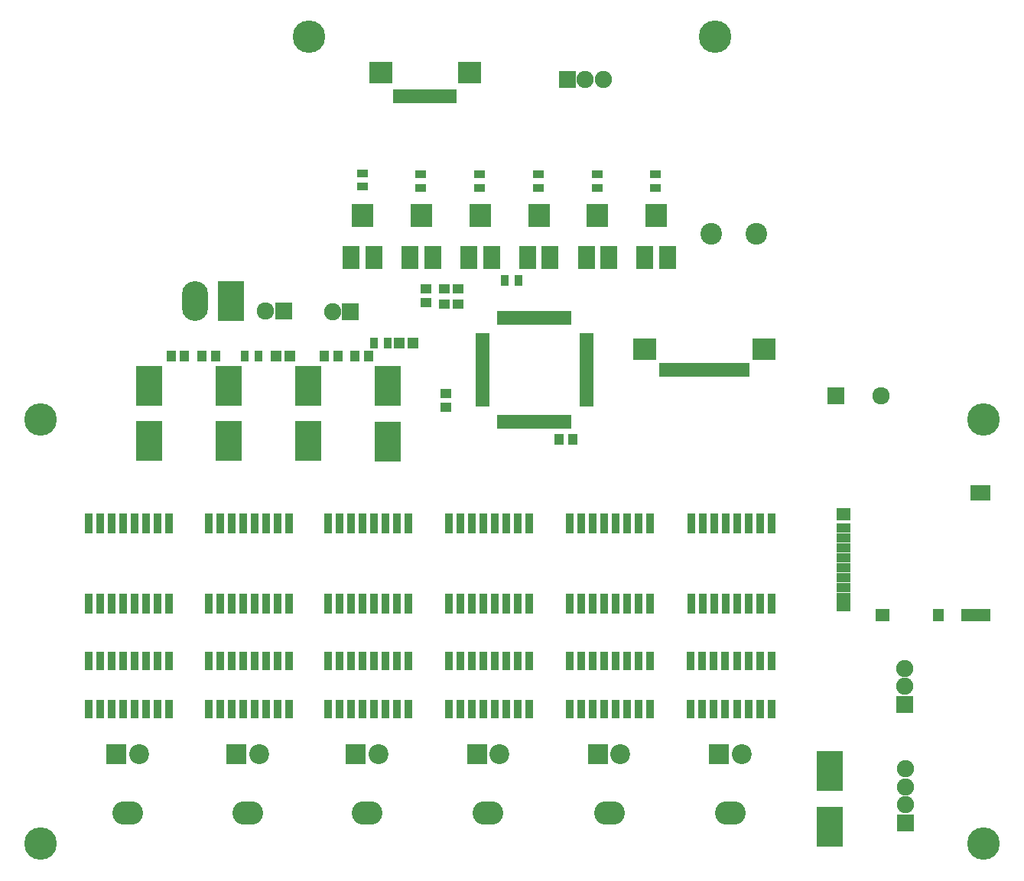
<source format=gts>
G04 #@! TF.GenerationSoftware,KiCad,Pcbnew,(5.0.0)*
G04 #@! TF.CreationDate,2018-08-29T13:58:51+09:00*
G04 #@! TF.ProjectId,lancer_mainbord_v1,6C616E6365725F6D61696E626F72645F,rev?*
G04 #@! TF.SameCoordinates,Original*
G04 #@! TF.FileFunction,Soldermask,Top*
G04 #@! TF.FilePolarity,Negative*
%FSLAX46Y46*%
G04 Gerber Fmt 4.6, Leading zero omitted, Abs format (unit mm)*
G04 Created by KiCad (PCBNEW (5.0.0)) date 08/29/18 13:58:51*
%MOMM*%
%LPD*%
G01*
G04 APERTURE LIST*
%ADD10R,0.630000X1.650000*%
%ADD11R,2.600000X2.400000*%
%ADD12R,2.200000X2.400000*%
%ADD13R,1.600000X1.400000*%
%ADD14R,1.600000X1.100000*%
%ADD15R,1.200000X1.400000*%
%ADD16R,3.200000X1.400000*%
%ADD17R,2.300000X1.700000*%
%ADD18R,1.900000X1.900000*%
%ADD19C,1.900000*%
%ADD20R,0.900000X2.200000*%
%ADD21R,0.680000X1.600000*%
%ADD22R,1.600000X0.680000*%
%ADD23C,1.924000*%
%ADD24R,1.924000X1.924000*%
%ADD25R,2.900000X4.400000*%
%ADD26O,2.900000X4.400000*%
%ADD27R,1.200000X1.200000*%
%ADD28R,1.200000X1.100000*%
%ADD29C,3.600000*%
%ADD30R,1.100000X1.200000*%
%ADD31R,0.900000X2.100000*%
%ADD32R,0.900000X1.200000*%
%ADD33R,1.200000X0.900000*%
%ADD34C,2.400000*%
%ADD35R,1.900000X2.600000*%
%ADD36R,2.400000X2.600000*%
%ADD37O,3.400000X2.600000*%
%ADD38R,2.200000X2.200000*%
%ADD39C,2.200000*%
%ADD40R,1.250000X1.050000*%
G04 APERTURE END LIST*
D10*
G04 #@! TO.C,P11*
X182300000Y-86000000D03*
D11*
X170950000Y-83700000D03*
X184150000Y-83700000D03*
D10*
X179300000Y-86000000D03*
X178800000Y-86000000D03*
X178300000Y-86000000D03*
X177800000Y-86000000D03*
X177300000Y-86000000D03*
X176800000Y-86000000D03*
X176300000Y-86000000D03*
X175800000Y-86000000D03*
X175300000Y-86000000D03*
X174800000Y-86000000D03*
X174300000Y-86000000D03*
X173800000Y-86000000D03*
X173300000Y-86000000D03*
X172800000Y-86000000D03*
X179800000Y-86000000D03*
X180300000Y-86000000D03*
X180800000Y-86000000D03*
X181300000Y-86000000D03*
X181800000Y-86000000D03*
G04 #@! TD*
G04 #@! TO.C,P10*
X149900000Y-55700000D03*
X149400000Y-55700000D03*
X148900000Y-55700000D03*
X148400000Y-55700000D03*
X147900000Y-55700000D03*
X147400000Y-55700000D03*
X146900000Y-55700000D03*
X146400000Y-55700000D03*
X145900000Y-55700000D03*
X145400000Y-55700000D03*
X144900000Y-55700000D03*
X144400000Y-55700000D03*
X143900000Y-55700000D03*
D12*
X141750000Y-53025000D03*
X151550000Y-53025000D03*
D10*
X143400000Y-55700000D03*
D11*
X151550000Y-53025000D03*
X141750000Y-53025000D03*
G04 #@! TD*
D13*
G04 #@! TO.C,J1*
X193000000Y-102000000D03*
D14*
X193000000Y-111250000D03*
X193000000Y-104650000D03*
X193000000Y-105750000D03*
X193000000Y-106850000D03*
X193000000Y-107950000D03*
X193000000Y-109050000D03*
X193000000Y-110150000D03*
X193000000Y-103550000D03*
X193000000Y-112200000D03*
D15*
X203500000Y-113150000D03*
D13*
X197300000Y-113150000D03*
D16*
X207650000Y-113150000D03*
D17*
X208100000Y-99650000D03*
G04 #@! TD*
D18*
G04 #@! TO.C,J4*
X199800000Y-123050000D03*
D19*
X199800000Y-121050000D03*
X199800000Y-119050000D03*
G04 #@! TD*
D20*
G04 #@! TO.C,IC5*
X177380000Y-111920000D03*
X176110000Y-111920000D03*
X177380000Y-103000000D03*
X178650000Y-103000000D03*
X185000000Y-111915000D03*
X183730000Y-111920000D03*
X182460000Y-111920000D03*
X179920000Y-103000000D03*
X185000000Y-103000000D03*
X183730000Y-103000000D03*
X182460000Y-103000000D03*
X181190000Y-103000000D03*
X176110000Y-103000000D03*
X178650000Y-111920000D03*
X179920000Y-111920000D03*
X181190000Y-111920000D03*
G04 #@! TD*
D21*
G04 #@! TO.C,CPU1*
X155000000Y-80250000D03*
X155500000Y-80250000D03*
X156000000Y-80250000D03*
X156500000Y-80250000D03*
X157000000Y-80250000D03*
X157500000Y-80250000D03*
X158000000Y-80250000D03*
X158500000Y-80250000D03*
X159000000Y-80250000D03*
X159500000Y-80250000D03*
X160000000Y-80250000D03*
X160500000Y-80250000D03*
X161000000Y-80250000D03*
X161500000Y-80250000D03*
X162000000Y-80250000D03*
X162500000Y-80250000D03*
D22*
X164500000Y-82250000D03*
X164500000Y-82750000D03*
X164500000Y-83250000D03*
X164500000Y-83750000D03*
X164500000Y-84250000D03*
X164500000Y-84750000D03*
X164500000Y-85250000D03*
X164500000Y-85750000D03*
X164500000Y-86250000D03*
X164500000Y-86750000D03*
X164500000Y-87250000D03*
X164500000Y-87750000D03*
X164500000Y-88250000D03*
X164500000Y-88750000D03*
X164500000Y-89250000D03*
X164500000Y-89750000D03*
D21*
X162500000Y-91750000D03*
X162000000Y-91750000D03*
X161500000Y-91750000D03*
X161000000Y-91750000D03*
X160500000Y-91750000D03*
X160000000Y-91750000D03*
X159500000Y-91750000D03*
X159000000Y-91750000D03*
X158500000Y-91750000D03*
X158000000Y-91750000D03*
X157500000Y-91750000D03*
X157000000Y-91750000D03*
X156500000Y-91750000D03*
X156000000Y-91750000D03*
X155500000Y-91750000D03*
X155000000Y-91750000D03*
D22*
X153000000Y-89750000D03*
X153000000Y-89250000D03*
X153000000Y-88750000D03*
X153000000Y-88250000D03*
X153000000Y-87750000D03*
X153000000Y-87250000D03*
X153000000Y-86750000D03*
X153000000Y-86250000D03*
X153000000Y-85750000D03*
X153000000Y-85250000D03*
X153000000Y-84750000D03*
X153000000Y-84250000D03*
X153000000Y-83750000D03*
X153000000Y-83250000D03*
X153000000Y-82750000D03*
X153000000Y-82250000D03*
G04 #@! TD*
D18*
G04 #@! TO.C,P3*
X138400000Y-79550000D03*
D19*
X136400000Y-79550000D03*
G04 #@! TD*
D23*
G04 #@! TO.C,P2*
X129000000Y-79500000D03*
D24*
X131000000Y-79500000D03*
G04 #@! TD*
D25*
G04 #@! TO.C,P1*
X125150000Y-78350000D03*
D26*
X121150000Y-78350000D03*
G04 #@! TD*
D27*
G04 #@! TO.C,LED1*
X130200000Y-84500000D03*
X131700000Y-84500000D03*
G04 #@! TD*
G04 #@! TO.C,LED2*
X143800000Y-83000000D03*
X145300000Y-83000000D03*
G04 #@! TD*
D28*
G04 #@! TO.C,C17*
X149000000Y-88625000D03*
X149000000Y-90125000D03*
G04 #@! TD*
D23*
G04 #@! TO.C,BZ1*
X197100000Y-88900000D03*
D24*
X192100000Y-88900000D03*
G04 #@! TD*
D29*
G04 #@! TO.C,REF\002A\002A*
X178800000Y-49100000D03*
G04 #@! TD*
G04 #@! TO.C,REF\002A\002A*
X133800000Y-49100000D03*
G04 #@! TD*
G04 #@! TO.C,REF\002A\002A*
X104100000Y-91500000D03*
G04 #@! TD*
G04 #@! TO.C,REF\002A\002A*
X104100000Y-138500000D03*
G04 #@! TD*
G04 #@! TO.C,REF\002A\002A*
X208500000Y-138500000D03*
G04 #@! TD*
G04 #@! TO.C,REF\002A\002A*
X208500000Y-91500000D03*
G04 #@! TD*
D30*
G04 #@! TO.C,C2*
X118525000Y-84500000D03*
X120025000Y-84500000D03*
G04 #@! TD*
G04 #@! TO.C,C3*
X123475000Y-84500000D03*
X121975000Y-84500000D03*
G04 #@! TD*
G04 #@! TO.C,C6*
X135525000Y-84500000D03*
X137025000Y-84500000D03*
G04 #@! TD*
G04 #@! TO.C,C7*
X140375000Y-84500000D03*
X138875000Y-84500000D03*
G04 #@! TD*
D31*
G04 #@! TO.C,FET1*
X111930000Y-123600000D03*
X109390000Y-123600000D03*
X110660000Y-123600000D03*
X113200000Y-123600000D03*
X109390000Y-118200000D03*
X110660000Y-118200000D03*
X111930000Y-118200000D03*
X113200000Y-118200000D03*
G04 #@! TD*
G04 #@! TO.C,FET2*
X117030000Y-123600000D03*
X114490000Y-123600000D03*
X115760000Y-123600000D03*
X118300000Y-123600000D03*
X114490000Y-118200000D03*
X115760000Y-118200000D03*
X117030000Y-118200000D03*
X118300000Y-118200000D03*
G04 #@! TD*
G04 #@! TO.C,FET3*
X125230000Y-123600000D03*
X122690000Y-123600000D03*
X123960000Y-123600000D03*
X126500000Y-123600000D03*
X122690000Y-118200000D03*
X123960000Y-118200000D03*
X125230000Y-118200000D03*
X126500000Y-118200000D03*
G04 #@! TD*
G04 #@! TO.C,FET4*
X130330000Y-123600000D03*
X127790000Y-123600000D03*
X129060000Y-123600000D03*
X131600000Y-123600000D03*
X127790000Y-118200000D03*
X129060000Y-118200000D03*
X130330000Y-118200000D03*
X131600000Y-118200000D03*
G04 #@! TD*
G04 #@! TO.C,FET5*
X138430000Y-123600000D03*
X135890000Y-123600000D03*
X137160000Y-123600000D03*
X139700000Y-123600000D03*
X135890000Y-118200000D03*
X137160000Y-118200000D03*
X138430000Y-118200000D03*
X139700000Y-118200000D03*
G04 #@! TD*
G04 #@! TO.C,FET6*
X143530000Y-123600000D03*
X140990000Y-123600000D03*
X142260000Y-123600000D03*
X144800000Y-123600000D03*
X140990000Y-118200000D03*
X142260000Y-118200000D03*
X143530000Y-118200000D03*
X144800000Y-118200000D03*
G04 #@! TD*
G04 #@! TO.C,FET7*
X165230000Y-123600000D03*
X162690000Y-123600000D03*
X163960000Y-123600000D03*
X166500000Y-123600000D03*
X162690000Y-118200000D03*
X163960000Y-118200000D03*
X165230000Y-118200000D03*
X166500000Y-118200000D03*
G04 #@! TD*
G04 #@! TO.C,FET8*
X170330000Y-123600000D03*
X167790000Y-123600000D03*
X169060000Y-123600000D03*
X171600000Y-123600000D03*
X167790000Y-118200000D03*
X169060000Y-118200000D03*
X170330000Y-118200000D03*
X171600000Y-118200000D03*
G04 #@! TD*
G04 #@! TO.C,FET9*
X178630000Y-123600000D03*
X176090000Y-123600000D03*
X177360000Y-123600000D03*
X179900000Y-123600000D03*
X176090000Y-118200000D03*
X177360000Y-118200000D03*
X178630000Y-118200000D03*
X179900000Y-118200000D03*
G04 #@! TD*
G04 #@! TO.C,FET10*
X183730000Y-123600000D03*
X181190000Y-123600000D03*
X182460000Y-123600000D03*
X185000000Y-123600000D03*
X181190000Y-118200000D03*
X182460000Y-118200000D03*
X183730000Y-118200000D03*
X185000000Y-118200000D03*
G04 #@! TD*
G04 #@! TO.C,FET11*
X151830000Y-123600000D03*
X149290000Y-123600000D03*
X150560000Y-123600000D03*
X153100000Y-123600000D03*
X149290000Y-118200000D03*
X150560000Y-118200000D03*
X151830000Y-118200000D03*
X153100000Y-118200000D03*
G04 #@! TD*
G04 #@! TO.C,FET12*
X156930000Y-123600000D03*
X154390000Y-123600000D03*
X155660000Y-123600000D03*
X158200000Y-123600000D03*
X154390000Y-118200000D03*
X155660000Y-118200000D03*
X156930000Y-118200000D03*
X158200000Y-118200000D03*
G04 #@! TD*
D20*
G04 #@! TO.C,IC1*
X110680000Y-111920000D03*
X109410000Y-111920000D03*
X110680000Y-103000000D03*
X111950000Y-103000000D03*
X118300000Y-111915000D03*
X117030000Y-111920000D03*
X115760000Y-111920000D03*
X113220000Y-103000000D03*
X118300000Y-103000000D03*
X117030000Y-103000000D03*
X115760000Y-103000000D03*
X114490000Y-103000000D03*
X109410000Y-103000000D03*
X111950000Y-111920000D03*
X113220000Y-111920000D03*
X114490000Y-111920000D03*
G04 #@! TD*
G04 #@! TO.C,IC2*
X123980000Y-111920000D03*
X122710000Y-111920000D03*
X123980000Y-103000000D03*
X125250000Y-103000000D03*
X131600000Y-111915000D03*
X130330000Y-111920000D03*
X129060000Y-111920000D03*
X126520000Y-103000000D03*
X131600000Y-103000000D03*
X130330000Y-103000000D03*
X129060000Y-103000000D03*
X127790000Y-103000000D03*
X122710000Y-103000000D03*
X125250000Y-111920000D03*
X126520000Y-111920000D03*
X127790000Y-111920000D03*
G04 #@! TD*
G04 #@! TO.C,IC3*
X137170000Y-111900000D03*
X135900000Y-111900000D03*
X137170000Y-102980000D03*
X138440000Y-102980000D03*
X144790000Y-111895000D03*
X143520000Y-111900000D03*
X142250000Y-111900000D03*
X139710000Y-102980000D03*
X144790000Y-102980000D03*
X143520000Y-102980000D03*
X142250000Y-102980000D03*
X140980000Y-102980000D03*
X135900000Y-102980000D03*
X138440000Y-111900000D03*
X139710000Y-111900000D03*
X140980000Y-111900000D03*
G04 #@! TD*
G04 #@! TO.C,IC4*
X163980000Y-111920000D03*
X162710000Y-111920000D03*
X163980000Y-103000000D03*
X165250000Y-103000000D03*
X171600000Y-111915000D03*
X170330000Y-111920000D03*
X169060000Y-111920000D03*
X166520000Y-103000000D03*
X171600000Y-103000000D03*
X170330000Y-103000000D03*
X169060000Y-103000000D03*
X167790000Y-103000000D03*
X162710000Y-103000000D03*
X165250000Y-111920000D03*
X166520000Y-111920000D03*
X167790000Y-111920000D03*
G04 #@! TD*
G04 #@! TO.C,IC6*
X150580000Y-111920000D03*
X149310000Y-111920000D03*
X150580000Y-103000000D03*
X151850000Y-103000000D03*
X158200000Y-111915000D03*
X156930000Y-111920000D03*
X155660000Y-111920000D03*
X153120000Y-103000000D03*
X158200000Y-103000000D03*
X156930000Y-103000000D03*
X155660000Y-103000000D03*
X154390000Y-103000000D03*
X149310000Y-103000000D03*
X151850000Y-111920000D03*
X153120000Y-111920000D03*
X154390000Y-111920000D03*
G04 #@! TD*
D32*
G04 #@! TO.C,R1*
X128200000Y-84500000D03*
X126700000Y-84500000D03*
G04 #@! TD*
G04 #@! TO.C,R2*
X142500000Y-83000000D03*
X141000000Y-83000000D03*
G04 #@! TD*
D33*
G04 #@! TO.C,R54*
X139700000Y-65700000D03*
X139700000Y-64200000D03*
G04 #@! TD*
G04 #@! TO.C,R55*
X146200000Y-65800000D03*
X146200000Y-64300000D03*
G04 #@! TD*
G04 #@! TO.C,R56*
X152700000Y-65800000D03*
X152700000Y-64300000D03*
G04 #@! TD*
G04 #@! TO.C,R57*
X159200000Y-65800000D03*
X159200000Y-64300000D03*
G04 #@! TD*
G04 #@! TO.C,R58*
X165700000Y-65800000D03*
X165700000Y-64300000D03*
G04 #@! TD*
G04 #@! TO.C,R59*
X172200000Y-65800000D03*
X172200000Y-64300000D03*
G04 #@! TD*
D34*
G04 #@! TO.C,SW1*
X183300000Y-70950000D03*
X178300000Y-70950000D03*
G04 #@! TD*
D35*
G04 #@! TO.C,RV1*
X138500000Y-73500000D03*
X141000000Y-73500000D03*
D36*
X139750000Y-68900000D03*
G04 #@! TD*
D35*
G04 #@! TO.C,RV2*
X145000000Y-73500000D03*
X147500000Y-73500000D03*
D36*
X146250000Y-68900000D03*
G04 #@! TD*
D35*
G04 #@! TO.C,RV3*
X151500000Y-73500000D03*
X154000000Y-73500000D03*
D36*
X152750000Y-68900000D03*
G04 #@! TD*
D35*
G04 #@! TO.C,RV4*
X158000000Y-73500000D03*
X160500000Y-73500000D03*
D36*
X159250000Y-68900000D03*
G04 #@! TD*
D35*
G04 #@! TO.C,RV5*
X164500000Y-73500000D03*
X167000000Y-73500000D03*
D36*
X165750000Y-68900000D03*
G04 #@! TD*
D35*
G04 #@! TO.C,RV6*
X171000000Y-73500000D03*
X173500000Y-73500000D03*
D36*
X172250000Y-68900000D03*
G04 #@! TD*
D37*
G04 #@! TO.C,P4*
X113750000Y-135100000D03*
D38*
X112500000Y-128600000D03*
D39*
X115000000Y-128600000D03*
G04 #@! TD*
D37*
G04 #@! TO.C,P5*
X127050000Y-135100000D03*
D38*
X125800000Y-128600000D03*
D39*
X128300000Y-128600000D03*
G04 #@! TD*
D37*
G04 #@! TO.C,P6*
X140250000Y-135100000D03*
D38*
X139000000Y-128600000D03*
D39*
X141500000Y-128600000D03*
G04 #@! TD*
D37*
G04 #@! TO.C,P7*
X167050000Y-135100000D03*
D38*
X165800000Y-128600000D03*
D39*
X168300000Y-128600000D03*
G04 #@! TD*
D37*
G04 #@! TO.C,P8*
X180450000Y-135100000D03*
D38*
X179200000Y-128600000D03*
D39*
X181700000Y-128600000D03*
G04 #@! TD*
D37*
G04 #@! TO.C,P9*
X153650000Y-135100000D03*
D38*
X152400000Y-128600000D03*
D39*
X154900000Y-128600000D03*
G04 #@! TD*
D18*
G04 #@! TO.C,J2*
X199825000Y-136200000D03*
D19*
X199825000Y-134200000D03*
X199825000Y-132200000D03*
X199825000Y-130200000D03*
G04 #@! TD*
D18*
G04 #@! TO.C,J3*
X162400000Y-53800000D03*
D19*
X164400000Y-53800000D03*
X166400000Y-53800000D03*
G04 #@! TD*
D30*
G04 #@! TO.C,C27*
X161525000Y-93700000D03*
X163025000Y-93700000D03*
G04 #@! TD*
D32*
G04 #@! TO.C,R67*
X155500000Y-76100000D03*
X157000000Y-76100000D03*
G04 #@! TD*
D25*
G04 #@! TO.C,C1*
X116100000Y-87750000D03*
X116100000Y-93850000D03*
G04 #@! TD*
G04 #@! TO.C,C4*
X124900000Y-87750000D03*
X124900000Y-93850000D03*
G04 #@! TD*
G04 #@! TO.C,C5*
X133700000Y-87750000D03*
X133700000Y-93850000D03*
G04 #@! TD*
G04 #@! TO.C,C8*
X142500000Y-87800000D03*
X142500000Y-93900000D03*
G04 #@! TD*
D28*
G04 #@! TO.C,C26*
X146725000Y-77025000D03*
X146725000Y-78525000D03*
G04 #@! TD*
D40*
G04 #@! TO.C,Y1*
X150300000Y-78675000D03*
X150300000Y-77025000D03*
X148750000Y-78675000D03*
X148750000Y-77025000D03*
G04 #@! TD*
D25*
G04 #@! TO.C,C29*
X191500000Y-130475000D03*
X191500000Y-136575000D03*
G04 #@! TD*
M02*

</source>
